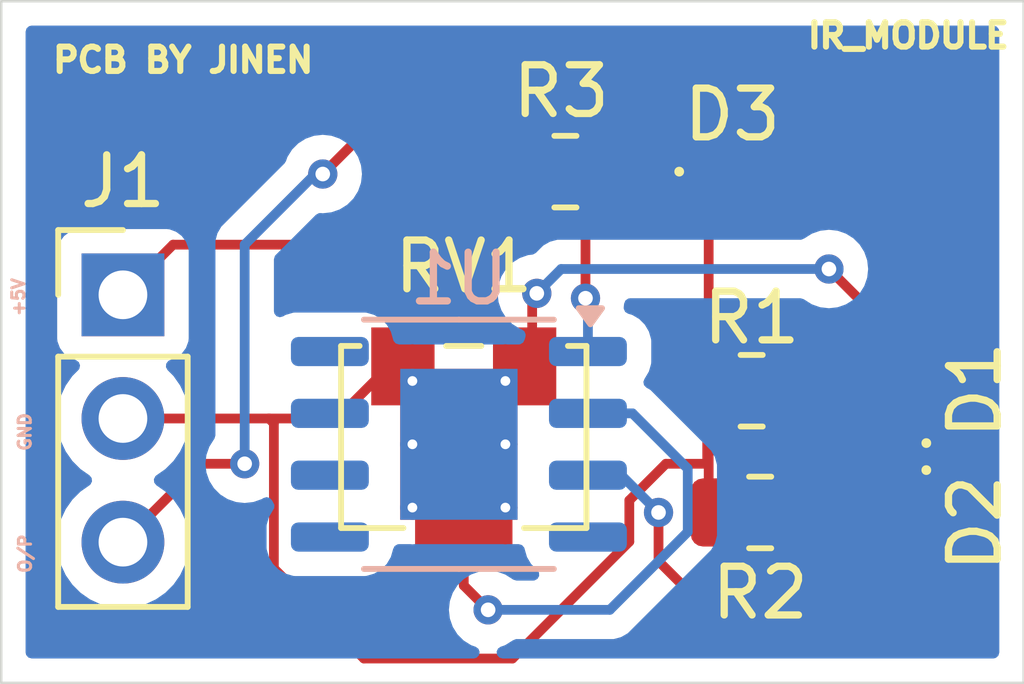
<source format=kicad_pcb>
(kicad_pcb (version 20240108) (generator "pcbnew") (generator_version "8.0")
  (layers (0 "F.Cu" signal) (31 "B.Cu" signal) (34 "B.Paste" user) (35 "F.Paste" user) (36 "B.SilkS" user "B.Silkscreen") (37 "F.SilkS" user "F.Silkscreen") (38 "B.Mask" user) (39 "F.Mask" user) (44 "Edge.Cuts" user))
  (net 0 "")
  (net 1 "+5V")
  (net 2 "/O{slash}P")
  (net 3 "GND")
  (net 4 "Net-(R3-Pad1)")
  (net 5 "Net-(U1A--)")
  (net 6 "Net-(D1-K)")
  (net 7 "Net-(D2-A)")
  (footprint "LED_SMD:LED_0402_1005Metric" (layer "F.Cu") (at 176 90.22 -90)
    (property "Reference" "D2" (at 0 -1 90) (layer "F.SilkS"))
    (property "Value" "D_Photo" (hide yes))
    (fp_circle (center -1.09 0) (end -1.04 0) (stroke (width 0.1)) (fill none) (layer "F.SilkS"))
    (pad "1" smd roundrect (at -0.485 0 270) (size 0.59 0.64) (layers "F.Cu" "F.Paste" "F.Mask") (net 1 "+5V"))
    (pad "2" smd roundrect (at 0.485 0 270) (size 0.59 0.64) (layers "F.Cu" "F.Paste" "F.Mask") (net 7 "Net-(D2-A)"))
  )
  (footprint "Resistor_SMD:R_0805_2012Metric" (layer "F.Cu") (at 168.5875 83)
    (property "Reference" "R3" (at -0.0875 -1.65 0) (layer "F.SilkS"))
    (property "Value" "R" (hide yes))
    (fp_line (start -0.227064 -0.735) (end 0.227064 -0.735) (stroke (width 0.12)) (layer "F.SilkS"))
    (fp_line (start -0.227064 0.735) (end 0.227064 0.735) (stroke (width 0.12)) (layer "F.SilkS"))
    (pad "1" smd roundrect (at -0.9125 0) (size 1.025 1.4) (layers "F.Cu" "F.Paste" "F.Mask") (roundrect_rratio 0.243902) (net 4 "Net-(R3-Pad1)"))
    (pad "2" smd roundrect (at 0.9125 0) (size 1.025 1.4) (layers "F.Cu" "F.Paste" "F.Mask") (roundrect_rratio 0.243902) (net 2 "/O{slash}P"))
  )
  (footprint "Resistor_SMD:R_0805_2012Metric" (layer "F.Cu") (at 172.4125 87.5 180)
    (property "Reference" "R1" (at 0 1.5 180) (layer "F.SilkS"))
    (property "Value" "R" (hide yes))
    (fp_line (start -0.227064 0.735) (end 0.227064 0.735) (stroke (width 0.12)) (layer "F.SilkS"))
    (fp_line (start -0.227064 -0.735) (end 0.227064 -0.735) (stroke (width 0.12)) (layer "F.SilkS"))
    (pad "1" smd roundrect (at -0.9125 0 180) (size 1.025 1.4) (layers "F.Cu" "F.Paste" "F.Mask") (roundrect_rratio 0.243902) (net 6 "Net-(D1-K)"))
    (pad "2" smd roundrect (at 0.9125 0 180) (size 1.025 1.4) (layers "F.Cu" "F.Paste" "F.Mask") (roundrect_rratio 0.243902) (net 3 "GND"))
  )
  (footprint "Connector_PinHeader_2.54mm:PinHeader_1x03_P2.54mm_Vertical" (layer "F.Cu") (at 159.5 85.53)
    (property "Reference" "J1" (at 0 -2.33 0) (layer "F.SilkS"))
    (property "Value" "Conn_01x03_Pin" (hide yes))
    (fp_line (start -1.33 -1.33) (end 0 -1.33) (stroke (width 0.12)) (layer "F.SilkS"))
    (fp_line (start -1.33 0) (end -1.33 -1.33) (stroke (width 0.12)) (layer "F.SilkS"))
    (fp_line (start -1.33 1.27) (end -1.33 6.41) (stroke (width 0.12)) (layer "F.SilkS"))
    (fp_line (start -1.33 1.27) (end 1.33 1.27) (stroke (width 0.12)) (layer "F.SilkS"))
    (fp_line (start -1.33 6.41) (end 1.33 6.41) (stroke (width 0.12)) (layer "F.SilkS"))
    (fp_line (start 1.33 1.27) (end 1.33 6.41) (stroke (width 0.12)) (layer "F.SilkS"))
    (pad "1" thru_hole rect (at 0 0) (size 1.7 1.7) (drill 1) (layers "*.Cu" "*.Mask") (net 1 "+5V"))
    (pad "2" thru_hole oval (at 0 2.54) (size 1.7 1.7) (drill 1) (layers "*.Cu" "*.Mask") (net 3 "GND"))
    (pad "3" thru_hole oval (at 0 5.08) (size 1.7 1.7) (drill 1) (layers "*.Cu" "*.Mask") (net 2 "/O{slash}P"))
  )
  (footprint "Potentiometer_SMD:Potentiometer_Bourns_3224W_Vertical" (layer "F.Cu") (at 166.5 88.45)
    (property "Reference" "RV1" (at 0 -3.5 0) (layer "F.SilkS"))
    (property "Value" "R_Potentiometer" (hide yes))
    (fp_line (start -2.52 -1.87) (end -2.52 1.87) (stroke (width 0.12)) (layer "F.SilkS"))
    (fp_line (start -2.52 -1.87) (end -2.14 -1.87) (stroke (width 0.12)) (layer "F.SilkS"))
    (fp_line (start -2.52 1.87) (end -1.24 1.87) (stroke (width 0.12)) (layer "F.SilkS"))
    (fp_line (start -0.36 -1.87) (end 0.36 -1.87) (stroke (width 0.12)) (layer "F.SilkS"))
    (fp_line (start 1.24 1.87) (end 2.52 1.87) (stroke (width 0.12)) (layer "F.SilkS"))
    (fp_line (start 2.14 -1.87) (end 2.52 -1.87) (stroke (width 0.12)) (layer "F.SilkS"))
    (fp_line (start 2.52 -1.87) (end 2.52 1.87) (stroke (width 0.12)) (layer "F.SilkS"))
    (pad "1" smd rect (at 1.25 -1.45) (size 1.3 1.6) (layers "F.Cu" "F.Paste" "F.Mask") (net 1 "+5V"))
    (pad "2" smd rect (at 0 1.45) (size 2 1.6) (layers "F.Cu" "F.Paste" "F.Mask") (net 5 "Net-(U1A--)"))
    (pad "3" smd rect (at -1.25 -1.45) (size 1.3 1.6) (layers "F.Cu" "F.Paste" "F.Mask") (net 3 "GND"))
  )
  (footprint "LED_SMD:LED_0402_1005Metric" (layer "F.Cu") (at 176 87.485 90)
    (property "Reference" "D1" (at 0 1 -90) (layer "F.SilkS"))
    (property "Value" "LED" (hide yes))
    (fp_circle (center -1.09 0) (end -1.04 0) (stroke (width 0.1)) (fill none) (layer "F.SilkS"))
    (pad "1" smd roundrect (at -0.485 0 90) (size 0.59 0.64) (layers "F.Cu" "F.Paste" "F.Mask") (net 6 "Net-(D1-K)"))
    (pad "2" smd roundrect (at 0.485 0 90) (size 0.59 0.64) (layers "F.Cu" "F.Paste" "F.Mask") (net 1 "+5V"))
  )
  (footprint "Resistor_SMD:R_0805_2012Metric" (layer "F.Cu") (at 172.5875 90 180)
    (property "Reference" "R2" (at 0 -1.65 180) (layer "F.SilkS"))
    (property "Value" "R" (hide yes))
    (fp_line (start -0.227064 0.735) (end 0.227064 0.735) (stroke (width 0.12)) (layer "F.SilkS"))
    (fp_line (start -0.227064 -0.735) (end 0.227064 -0.735) (stroke (width 0.12)) (layer "F.SilkS"))
    (pad "1" smd roundrect (at -0.9125 0 180) (size 1.025 1.4) (layers "F.Cu" "F.Paste" "F.Mask") (roundrect_rratio 0.243902) (net 7 "Net-(D2-A)"))
    (pad "2" smd roundrect (at 0.9125 0 180) (size 1.025 1.4) (layers "F.Cu" "F.Paste" "F.Mask") (roundrect_rratio 0.243902) (net 3 "GND"))
  )
  (footprint "LED_SMD:LED_0402_1005Metric" (layer "F.Cu") (at 172.015 83)
    (property "Reference" "D3" (at 0 -1.17 0) (layer "F.SilkS"))
    (property "Value" "LED" (hide yes))
    (fp_circle (center -1.09 0) (end -1.04 0) (stroke (width 0.1)) (fill none) (layer "F.SilkS"))
    (pad "1" smd roundrect (at -0.485 0) (size 0.59 0.64) (layers "F.Cu" "F.Paste" "F.Mask") (net 3 "GND"))
    (pad "2" smd roundrect (at 0.485 0) (size 0.59 0.64) (layers "F.Cu" "F.Paste" "F.Mask") (net 2 "/O{slash}P"))
  )
  (footprint "Package_SO:HSOP-8-1EP_3.9x4.9mm_P1.27mm_EP2.41x3.1mm_ThermalVias" (layer "B.Cu") (at 166.4 88.6 180)
    (property "Reference" "U1" (at 0 3.4 180) (layer "B.SilkS") (effects (justify mirror)))
    (property "Value" "LM358")
    (fp_line (start 1.95 2.56) (end 0 2.56) (stroke (width 0.12)) (layer "B.SilkS"))
    (fp_line (start 1.95 -2.56) (end 0 -2.56) (stroke (width 0.12)) (layer "B.SilkS"))
    (fp_line (start -1.95 2.56) (end 0 2.56) (stroke (width 0.12)) (layer "B.SilkS"))
    (fp_line (start -1.95 -2.56) (end 0 -2.56) (stroke (width 0.12)) (layer "B.SilkS"))
    (fp_poly (pts (xy -2.7 2.465) (xy -2.94 2.795) (xy -2.46 2.795) (xy -2.7 2.465)) (stroke (width 0.12)) (fill solid) (layer "B.SilkS"))
    (pad "1" smd roundrect (at -2.65 1.905 180) (size 1.6 0.6) (layers "B.Cu" "B.Paste" "B.Mask") (net 4 "Net-(R3-Pad1)"))
    (pad "2" smd roundrect (at -2.65 0.635 180) (size 1.6 0.6) (layers "B.Cu" "B.Paste" "B.Mask") (net 5 "Net-(U1A--)"))
    (pad "3" smd roundrect (at -2.65 -0.635 180) (size 1.6 0.6) (layers "B.Cu" "B.Paste" "B.Mask") (net 7 "Net-(D2-A)"))
    (pad "4" smd roundrect (at -2.65 -1.905 180) (size 1.6 0.6) (layers "B.Cu" "B.Paste" "B.Mask"))
    (pad "5" smd roundrect (at 2.65 -1.905 180) (size 1.6 0.6) (layers "B.Cu" "B.Paste" "B.Mask"))
    (pad "6" smd roundrect (at 2.65 -0.635 180) (size 1.6 0.6) (layers "B.Cu" "B.Paste" "B.Mask"))
    (pad "7" smd roundrect (at 2.65 0.635 180) (size 1.6 0.6) (layers "B.Cu" "B.Paste" "B.Mask"))
    (pad "8" smd roundrect (at 2.65 1.905 180) (size 1.6 0.6) (layers "B.Cu" "B.Paste" "B.Mask"))
    (pad "9" thru_hole circle (at -0.955 -1.3 180) (size 0.5 0.5) (drill 0.2) (property pad_prop_heatsink) (layers "*.Cu"))
    (pad "9" thru_hole circle (at -0.955 0 180) (size 0.5 0.5) (drill 0.2) (property pad_prop_heatsink) (layers "*.Cu"))
    (pad "9" thru_hole circle (at -0.955 1.3 180) (size 0.5 0.5) (drill 0.2) (property pad_prop_heatsink) (layers "*.Cu"))
    (pad "9" smd rect (at 0 0 180) (size 2.41 3.1) (property pad_prop_heatsink) (layers "F.Cu"))
    (pad "9" smd rect (at 0 0 180) (size 2.41 3.1) (property pad_prop_heatsink) (layers "B.Cu" "B.Mask"))
    (pad "9" thru_hole circle (at 0.955 -1.3 180) (size 0.5 0.5) (drill 0.2) (property pad_prop_heatsink) (layers "*.Cu"))
    (pad "9" thru_hole circle (at 0.955 0 180) (size 0.5 0.5) (drill 0.2) (property pad_prop_heatsink) (layers "*.Cu"))
    (pad "9" thru_hole circle (at 0.955 1.3 180) (size 0.5 0.5) (drill 0.2) (property pad_prop_heatsink) (layers "*.Cu"))
  )
  (gr_rect (start 157 79.5) (end 178 93.5) (stroke (width 0.05)) (fill none) (layer "Edge.Cuts"))
  (gr_text "O/P" (at 157.637218 91.274092 90) (layer "B.SilkS") (effects (font (size 0.25 0.25) (thickness 0.0625)) (justify left bottom)))
  (gr_text "+5V" (at 157.5 86 90) (layer "B.SilkS") (effects (font (size 0.25 0.25) (thickness 0.0625)) (justify left bottom)))
  (gr_text "GND" (at 157.631265 88.768139 90) (layer "B.SilkS") (effects (font (size 0.25 0.25) (thickness 0.0625)) (justify left bottom)))
  (gr_text "IR_MODULE" (at 173.5 80.5 0) (layer "F.SilkS") (effects (font (size 0.5 0.5) (thickness 0.125)) (justify left bottom)))
  (gr_text "PCB BY JINEN" (at 158 81 0) (layer "F.SilkS") (effects (font (size 0.5 0.5) (thickness 0.125)) (justify left bottom)))
  (segment (start 176.765 89.735) (end 176 89.735) (width 0.2) (layer "F.Cu") (net 1))
  (segment (start 167.905 86.75) (end 167.905 87.05) (width 0.2) (layer "F.Cu") (net 1))
  (segment (start 160.53 84.5) (end 165.655 84.5) (width 0.2) (layer "F.Cu") (net 1))
  (segment (start 176 87) (end 177 87) (width 0.2) (layer "F.Cu") (net 1))
  (segment (start 159.5 85.53) (end 160.53 84.5) (width 0.2) (layer "F.Cu") (net 1))
  (segment (start 165.655 84.5) (end 167.905 86.75) (width 0.2) (layer "F.Cu") (net 1))
  (segment (start 177 87) (end 177 89.5) (width 0.2) (layer "F.Cu") (net 1))
  (segment (start 168 85.5) (end 167.905 85.595) (width 0.2) (layer "F.Cu") (net 1))
  (segment (start 174 85) (end 176 87) (width 0.2) (layer "F.Cu") (net 1))
  (segment (start 167.905 85.595) (end 167.905 87) (width 0.2) (layer "F.Cu") (net 1))
  (segment (start 177 89.5) (end 176.765 89.735) (width 0.2) (layer "F.Cu") (net 1))
  (via (at 174 85) (size 0.6) (drill 0.3) (layers "F.Cu" "B.Cu") (net 1))
  (via (at 168 85.5) (size 0.6) (drill 0.3) (layers "F.Cu" "B.Cu") (net 1))
  (segment (start 168 85.5) (end 168.5 85) (width 0.2) (layer "B.Cu") (net 1))
  (segment (start 168.5 85) (end 174 85) (width 0.2) (layer "B.Cu") (net 1))
  (segment (start 168.5 85) (end 170 85) (width 0) (layer "B.Cu") (net 1))
  (segment (start 161.11 89) (end 162 89) (width 0.2) (layer "F.Cu") (net 2))
  (segment (start 159.5 90.61) (end 161.11 89) (width 0.2) (layer "F.Cu") (net 2))
  (segment (start 170.5 82) (end 171.5 82) (width 0.2) (layer "F.Cu") (net 2))
  (segment (start 168.5 82) (end 164.653235 82) (width 0.2) (layer "F.Cu") (net 2))
  (segment (start 169.5 83) (end 168.5 82) (width 0.2) (layer "F.Cu") (net 2))
  (segment (start 169.5 83) (end 170.5 82) (width 0.2) (layer "F.Cu") (net 2))
  (segment (start 171.5 82) (end 172.5 83) (width 0.2) (layer "F.Cu") (net 2))
  (segment (start 164.653235 82) (end 163.603959 83.049276) (width 0.2) (layer "F.Cu") (net 2))
  (via (at 163.603959 83.049276) (size 0.6) (drill 0.3) (layers "F.Cu" "B.Cu") (net 2))
  (via (at 162 89) (size 0.6) (drill 0.3) (layers "F.Cu" "B.Cu") (net 2))
  (segment (start 163.603959 83.049276) (end 163.450724 83.049276) (width 0.2) (layer "B.Cu") (net 2))
  (segment (start 163.603959 83.049276) (end 163.603959 83.05543) (width 0.2) (layer "B.Cu") (net 2))
  (segment (start 163.603959 83.05543) (end 163.648529 83.1) (width 0.2) (layer "B.Cu") (net 2))
  (segment (start 162 84.5) (end 162 89) (width 0.2) (layer "B.Cu") (net 2))
  (segment (start 163.450724 83.049276) (end 162 84.5) (width 0.2) (layer "B.Cu") (net 2))
  (segment (start 162.5 88.07) (end 163.897182 88.07) (width 0.2) (layer "F.Cu") (net 3))
  (segment (start 171.53 83) (end 171.53 89.855) (width 0.2) (layer "F.Cu") (net 3))
  (segment (start 169.9 90.6) (end 167.5 93) (width 0.2) (layer "F.Cu") (net 3))
  (segment (start 171.5 89) (end 170.651471 89) (width 0.2) (layer "F.Cu") (net 3))
  (segment (start 171.53 89.855) (end 171.675 90) (width 0.2) (layer "F.Cu") (net 3))
  (segment (start 167.5 93) (end 164.45 93) (width 0.2) (layer "F.Cu") (net 3))
  (segment (start 163.897182 88.07) (end 164.895 87.072182) (width 0.2) (layer "F.Cu") (net 3))
  (segment (start 164.45 93) (end 162.6 91.15) (width 0.2) (layer "F.Cu") (net 3))
  (segment (start 162.6 88.17) (end 162.5 88.07) (width 0.2) (layer "F.Cu") (net 3))
  (segment (start 170.651471 89) (end 169.9 89.751471) (width 0.2) (layer "F.Cu") (net 3))
  (segment (start 159.5 88.07) (end 162.5 88.07) (width 0.2) (layer "F.Cu") (net 3))
  (segment (start 162.6 91.15) (end 162.6 88.17) (width 0.2) (layer "F.Cu") (net 3))
  (segment (start 171.5 87.5) (end 171.5 89) (width 0.2) (layer "F.Cu") (net 3))
  (segment (start 169.9 89.751471) (end 169.9 90.6) (width 0.2) (layer "F.Cu") (net 3))
  (segment (start 169 84.325) (end 167.675 83) (width 0.2) (layer "F.Cu") (net 4))
  (segment (start 169 85.6) (end 169 84.325) (width 0.2) (layer "F.Cu") (net 4))
  (via (at 169 85.6) (size 0.6) (drill 0.3) (layers "F.Cu" "B.Cu") (net 4))
  (segment (start 169 85.6) (end 169.05 85.65) (width 0.2) (layer "B.Cu") (net 4))
  (segment (start 169.05 85.65) (end 169.05 86.695) (width 0.2) (layer "B.Cu") (net 4))
  (segment (start 167 92) (end 166.5 91.5) (width 0.2) (layer "F.Cu") (net 5))
  (segment (start 166.5 91.5) (end 166.5 90.45) (width 0.2) (layer "F.Cu") (net 5))
  (via (at 167 92) (size 0.6) (drill 0.3) (layers "F.Cu" "B.Cu") (net 5))
  (segment (start 171.1 89.1) (end 171.1 90.4) (width 0.2) (layer "B.Cu") (net 5))
  (segment (start 171.1 90.4) (end 169.5 92) (width 0.2) (layer "B.Cu") (net 5))
  (segment (start 169.965 87.965) (end 171.1 89.1) (width 0.2) (layer "B.Cu") (net 5))
  (segment (start 169.05 87.965) (end 169.965 87.965) (width 0.2) (layer "B.Cu") (net 5))
  (segment (start 169.5 92) (end 167 92) (width 0.2) (layer "B.Cu") (net 5))
  (segment (start 173.325 87.5) (end 175.53 87.5) (width 0.2) (layer "F.Cu") (net 6))
  (segment (start 175.53 87.5) (end 176 87.97) (width 0.2) (layer "F.Cu") (net 6))
  (segment (start 174.205 90.705) (end 173.5 90) (width 0.2) (layer "F.Cu") (net 7))
  (segment (start 170.5 91) (end 170.5 90) (width 0.2) (layer "F.Cu") (net 7))
  (segment (start 176 90.705) (end 174.205 90.705) (width 0.2) (layer "F.Cu") (net 7))
  (segment (start 171 91.5) (end 170.5 91) (width 0.2) (layer "F.Cu") (net 7))
  (segment (start 173.5 90) (end 172 91.5) (width 0.2) (layer "F.Cu") (net 7))
  (segment (start 172 91.5) (end 171 91.5) (width 0.2) (layer "F.Cu") (net 7))
  (via (at 170.5 90) (size 0.6) (drill 0.3) (layers "F.Cu" "B.Cu") (net 7))
  (segment (start 169.05 89.235) (end 169.735 89.235) (width 0.2) (layer "B.Cu") (net 7))
  (segment (start 169.735 89.235) (end 170.5 90) (width 0.2) (layer "B.Cu") (net 7))
  (zone (net 0) (net_name "") (layer "B.Cu") (priority 1) (connect_pads (clearance 0.5)) (min_thickness 0.25) (fill yes (thermal_gap 0.5) (thermal_bridge_width 0.5) (island_removal_mode 1) (island_area_min 10))
    (polygon (pts (xy 178 79.5) (xy 157 79.5) (xy 157 93.5) (xy 178 93.5)))
  )
)
</source>
